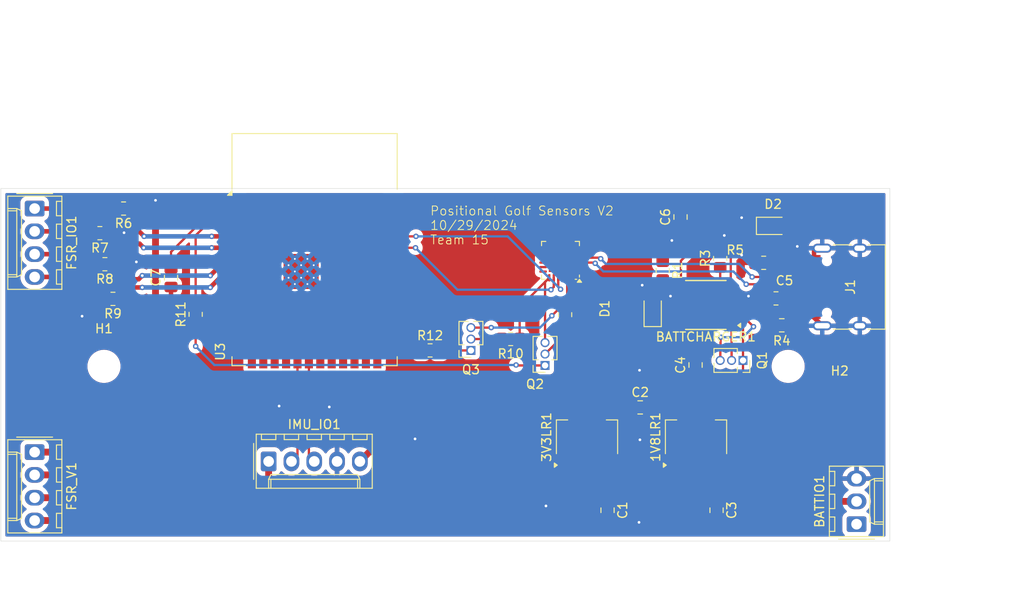
<source format=kicad_pcb>
(kicad_pcb (version 20240108) (generator "pcbnew") (generator_version "8.0")
  (layers (0 "F.Cu" signal) (31 "B.Cu" signal) (34 "B.Paste" user) (35 "F.Paste" user) (36 "B.SilkS" user "B.Silkscreen") (37 "F.SilkS" user "F.Silkscreen") (38 "B.Mask" user) (39 "F.Mask" user) (44 "Edge.Cuts" user))
  (net 0 "")
  (net 1 "/VBATT")
  (net 2 "GND")
  (net 3 "/1V8")
  (net 4 "/3V3")
  (net 5 "/VIN")
  (net 7 "Net-(BATTCHARGER1-~{CHRG})")
  (net 8 "Net-(BATTCHARGER1-TIMER)")
  (net 9 "Net-(BATTCHARGER1-PROG)")
  (net 10 "Net-(BATTCHARGER1-DRIVE)")
  (net 11 "Net-(BATTCHARGER1-SENSE)")
  (net 12 "/RESET")
  (net 13 "Net-(D1-A)")
  (net 14 "Net-(D2-A)")
  (net 15 "/FSR2")
  (net 16 "/FSR1")
  (net 17 "/FSR4")
  (net 18 "/FSR3")
  (net 19 "/SCL")
  (net 20 "/SDA")
  (net 21 "/D-")
  (net 24 "Net-(J1-CC1)")
  (net 25 "/D+")
  (net 27 "Net-(J1-CC2)")
  (net 29 "/DTR")
  (net 30 "/RTS")
  (net 31 "/GPIO0")
  (net 34 "Net-(U2-VDD)")
  (net 38 "/RXD")
  (net 43 "/TXD")
  (net 76 "Net-(Q2-B)")
  (net 77 "Net-(Q2-C)")
  (net 78 "Net-(Q3-B)")
  (net 79 "Net-(Q3-C)")
  (footprint "Diode_SMD:D_0805_2012Metric_Pad1.15x1.40mm_HandSolder" (layer "F.Cu") (at 128.2192 35.1536)
    (property "Reference" "D2")
    (property "Value" "D_Schottky")
  )
  (footprint "Connector_PinSocket_1.27mm:PinSocket_1x03_P1.27mm_Vertical" (layer "F.Cu") (at 124.8664 50.1396 -90)
    (property "Reference" "Q1")
    (property "Value" "PNP")
  )
  (footprint "Resistor_SMD:R_0805_2012Metric_Pad1.20x1.40mm_HandSolder" (layer "F.Cu") (at 127.1684 39.2684 180)
    (property "Reference" "R5")
    (property "Value" "5.1k")
  )
  (footprint "Connector_Molex:Molex_KK-254_AE-6410-04A_1x04_P2.54mm_Vertical" (layer "F.Cu") (at 45.974 60.3504 -90)
    (property "Reference" "FSR_V1")
    (property "Value" "Conn_01x04_Socket")
  )
  (footprint "LED_SMD:LED_0805_2012Metric_Pad1.15x1.40mm_HandSolder" (layer "F.Cu") (at 114.808 44.5098 90)
    (property "Reference" "D1")
    (property "Value" "LED")
  )
  (footprint "Connector_PinSocket_1.27mm:PinSocket_1x03_P1.27mm_Vertical" (layer "F.Cu") (at 94.5646 49.027 180)
    (property "Reference" "Q3")
    (property "Value" "PNP")
  )
  (footprint "Resistor_SMD:R_0805_2012Metric_Pad1.20x1.40mm_HandSolder" (layer "F.Cu") (at 122.3264 38.7764 90)
    (property "Reference" "R3")
    (property "Value" "698")
  )
  (footprint "Capacitor_SMD:C_0805_2012Metric_Pad1.18x1.45mm_HandSolder" (layer "F.Cu") (at 61.1632 40.9233 90)
    (property "Reference" "C7")
    (property "Value" "1uF")
  )
  (footprint "Capacitor_SMD:C_0805_2012Metric_Pad1.18x1.45mm_HandSolder" (layer "F.Cu") (at 109.7788 66.8235 -90)
    (property "Reference" "C1")
    (property "Value" "10uF")
  )
  (footprint "Capacitor_SMD:C_0805_2012Metric_Pad1.18x1.45mm_HandSolder" (layer "F.Cu") (at 119.5832 50.6476 90)
    (property "Reference" "C4")
    (property "Value" "22uF")
  )
  (footprint "Resistor_SMD:R_0805_2012Metric_Pad1.20x1.40mm_HandSolder" (layer "F.Cu") (at 90.0176 49.022)
    (property "Reference" "R12")
    (property "Value" "10K")
  )
  (footprint "Connector_Molex:Molex_KK-254_AE-6410-04A_1x04_P2.54mm_Vertical" (layer "F.Cu") (at 45.974 33.2232 -90)
    (property "Reference" "FSR_IO1")
    (property "Value" "Conn_01x04_Socket")
  )
  (footprint "MountingHole:MountingHole_3.2mm_M3" (layer "F.Cu") (at 129.8956 50.8)
    (property "Reference" "H2")
    (property "Value" "MountingHole")
  )
  (footprint "Resistor_SMD:R_0805_2012Metric_Pad1.20x1.40mm_HandSolder" (layer "F.Cu") (at 53.2384 35.9664 180)
    (property "Reference" "R7")
    (property "Value" "10K")
  )
  (footprint "Package_SO:TSSOP-16-1EP_4.4x5mm_P0.65mm" (layer "F.Cu") (at 120.7278 43.9637 180)
    (property "Reference" "BATTCHARGER1")
    (property "Value" "LTC4060EFE")
  )
  (footprint "Package_TO_SOT_SMD:SOT-223-3_TabPin2" (layer "F.Cu") (at 107.4928 58.6744 90)
    (property "Reference" "3V3LR1")
    (property "Value" "AZ1117-3.3")
  )
  (footprint "Resistor_SMD:R_0805_2012Metric_Pad1.20x1.40mm_HandSolder" (layer "F.Cu") (at 55.88 33.2232 180)
    (property "Reference" "R6")
    (property "Value" "10K")
  )
  (footprint "Capacitor_SMD:C_0805_2012Metric_Pad1.18x1.45mm_HandSolder" (layer "F.Cu") (at 121.92 66.8235 -90)
    (property "Reference" "C3")
    (property "Value" "10uF")
  )
  (footprint "Package_TO_SOT_SMD:SOT-223-3_TabPin2" (layer "F.Cu") (at 119.634 58.6744 90)
    (property "Reference" "1V8LR1")
    (property "Value" "AZ1117-1.8")
  )
  (footprint "RF_Module:ESP32-S3-WROOM-1" (layer "F.Cu") (at 77.1528 37.772)
    (property "Reference" "U3")
    (property "Value" "ESP32-S3-WROOM-1")
  )
  (footprint "Connector_Molex:Molex_KK-254_AE-6410-03A_1x03_P2.54mm_Vertical" (layer "F.Cu") (at 137.5156 68.3768 90)
    (property "Reference" "BATTIO1")
    (property "Value" "Conn_01x03_Socket")
  )
  (footprint "Resistor_SMD:R_0805_2012Metric_Pad1.20x1.40mm_HandSolder" (layer "F.Cu") (at 98.9932 47.752 180)
    (property "Reference" "R10")
    (property "Value" "10K")
  )
  (footprint "Resistor_SMD:R_0805_2012Metric_Pad1.20x1.40mm_HandSolder" (layer "F.Cu") (at 115.9256 40.132 -90)
    (property "Reference" "R1")
    (property "Value" "330")
  )
  (footprint "Connector_Molex:Molex_KK-254_AE-6410-05A_1x05_P2.54mm_Vertical" (layer "F.Cu") (at 72.0344 61.3864)
    (property "Reference" "IMU_IO1")
    (property "Value" "Conn_01x05_Socket")
  )
  (footprint "Resistor_SMD:R_0805_2012Metric_Pad1.20x1.40mm_HandSolder" (layer "F.Cu") (at 63.9064 45.0088 90)
    (property "Reference" "R11")
    (property "Value" "10K" (hide yes))
  )
  (footprint "Resistor_SMD:R_0805_2012Metric_Pad1.20x1.40mm_HandSolder" (layer "F.Cu") (at 128.54 43.2308 180)
    (property "Reference" "R4")
    (property "Value" "5.1k")
  )
  (footprint "Connector_USB:USB_C_Receptacle_HRO_TYPE-C-31-M-12" (layer "F.Cu") (at 136.8212 41.9588 90)
    (property "Reference" "J1")
    (property "Value" "USB_C_Receptacle_USB2.0_16P")
  )
  (footprint "Resistor_SMD:R_0805_2012Metric_Pad1.20x1.40mm_HandSolder" (layer "F.Cu") (at 53.7972 39.4208 180)
    (property "Reference" "R8")
    (property "Value" "10K")
  )
  (footprint "Resistor_SMD:R_0805_2012Metric_Pad1.20x1.40mm_HandSolder" (layer "F.Cu") (at 105.0544 45.0436 -90)
    (property "Reference" "R2" (hide yes))
    (property "Value" "10K")
  )
  (footprint "Resistor_SMD:R_0805_2012Metric_Pad1.20x1.40mm_HandSolder" (layer "F.Cu") (at 54.6956 43.2816 180)
    (property "Reference" "R9")
    (property "Value" "10K")
  )
  (footprint "Package_DFN_QFN:QFN-24-1EP_4x4mm_P0.5mm_EP2.6x2.6mm" (layer "F.Cu") (at 104.5393 38.9944 180)
    (property "Reference" "U2" (hide yes))
    (property "Value" "CP2104")
  )
  (footprint "Capacitor_SMD:C_0805_2012Metric_Pad1.18x1.45mm_HandSolder" (layer "F.Cu") (at 113.4149 55.372)
    (property "Reference" "C2")
    (property "Value" "22uF")
  )
  (footprint "Connector_PinSocket_1.27mm:PinSocket_1x03_P1.27mm_Vertical" (layer "F.Cu") (at 102.8192 50.6984 180)
    (property "Reference" "Q2")
    (property "Value" "NPN")
  )
  (footprint "Capacitor_SMD:C_0805_2012Metric_Pad1.18x1.45mm_HandSolder" (layer "F.Cu") (at 117.9068 34.1669 90)
    (property "Reference" "C6")
    (property "Value" "0.1uF")
  )
  (footprint "MountingHole:MountingHole_3.2mm_M3" (layer "F.Cu") (at 53.6956 50.8)
    (property "Reference" "H1")
    (property "Value" "MountingHole")
  )
  (footprint "Capacitor_SMD:C_0805_2012Metric_Pad1.18x1.45mm_HandSolder" (layer "F.Cu") (at 129.1844 46.228)
    (property "Reference" "C5")
    (property "Value" "1.5nF")
  )
  (gr_rect (start 42.2148 30.988) (end 141.224 70.2564) (stroke (width 0.05)) (fill none) (layer "Edge.Cuts"))
  (gr_text "Positional Golf Sensors V2\n10/29/2024\nTeam 15" (at 89.9668 37.2872 0) (layer "F.SilkS") (effects (font (size 1 1) (thickness 0.1)) (justify left bottom)))
  (segment (start 124.2818 45.5887) (end 123.5028 45.5887) (width 0.254) (layer "F.Cu") (net 1))
  (segment (start 121.9708 65.8368) (end 121.92 65.786) (width 0.762) (layer "F.Cu") (net 1))
  (segment (start 121.92 65.786) (end 109.7788 65.786) (width 0.762) (layer "F.Cu") (net 1))
  (segment (start 124.8664 50.1396) (end 124.8664 65.8368) (width 0.254) (layer "F.Cu") (net 1))
  (segment (start 124.8664 65.8368) (end 121.9708 65.8368) (width 0.762) (layer "F.Cu") (net 1))
  (segment (start 137.5156 65.8368) (end 124.8664 65.8368) (width 0.762) (layer "F.Cu") (net 1))
  (segment (start 109.7788 65.786) (end 109.7788 61.8384) (width 0.762) (layer "F.Cu") (net 1))
  (segment (start 124.8664 50.1396) (end 124.8664 46.1733) (width 0.254) (layer "F.Cu") (net 1))
  (segment (start 124.8664 46.1733) (end 124.2818 45.5887) (width 0.254) (layer "F.Cu") (net 1))
  (segment (start 121.92 65.786) (end 121.92 61.8384) (width 0.762) (layer "F.Cu") (net 1))
  (segment (start 109.7788 61.8384) (end 109.7928 61.8244) (width 0.762) (layer "F.Cu") (net 1))
  (segment (start 121.92 61.8384) (end 121.934 61.8244) (width 0.762) (layer "F.Cu") (net 1))
  (segment (start 132.7762 45.3638) (end 133.6912 46.2788) (width 0.508) (layer "F.Cu") (net 2))
  (segment (start 105.2893 39.7444) (end 106.4768 39.7444) (width 0.254) (layer "F.Cu") (net 2))
  (segment (start 116.7892 42.9768) (end 116.8301 43.0177) (width 0.508) (layer "F.Cu") (net 2))
  (segment (start 123.5028 42.9887) (end 121.9903 42.9887) (width 0.254) (layer "F.Cu") (net 2))
  (segment (start 104.5393 38.9944) (end 105.2893 39.7444) (width 0.254) (layer "F.Cu") (net 2))
  (segment (start 132.7762 45.2088) (end 132.7762 45.3638) (width 0.508) (layer "F.Cu") (net 2))
  (segment (start 116.8801 46.2387) (end 116.1796 46.9392) (width 0.254) (layer "F.Cu") (net 2))
  (segment (start 116.9939 43.6387) (end 116.9924 43.6372) (width 0.254) (layer "F.Cu") (net 2))
  (segment (start 116.8301 43.0177) (end 117.9528 43.0177) (width 0.508) (layer "F.Cu") (net 2))
  (segment (start 117.9528 46.2387) (end 116.8801 46.2387) (width 0.254) (layer "F.Cu") (net 2))
  (segment (start 123.5028 42.9887) (end 124.7529 42.9887) (width 0.254) (layer "F.Cu") (net 2))
  (segment (start 117.9528 43.6387) (end 116.9939 43.6387) (width 0.254) (layer "F.Cu") (net 2))
  (segment (start 106.9528 39.7444) (end 108.2548 41.0464) (width 0.254) (layer "F.Cu") (net 2))
  (segment (start 106.4768 39.7444) (end 106.9528 39.7444) (width 0.254) (layer "F.Cu") (net 2))
  (segment (start 121.9903 42.9887) (end 121.4628 43.5162) (width 0.254) (layer "F.Cu") (net 2))
  (via (at 113.284 68.1736) (size 0.6) (drill 0.3) (layers "F.Cu" "B.Cu") (net 2))
  (via (at 78.7908 55.3212) (size 0.6) (drill 0.3) (layers "F.Cu" "B.Cu") (net 2))
  (via (at 57.3024 39.1668) (size 0.6) (drill 0.3) (layers "F.Cu" "B.Cu") (net 2))
  (via (at 116.7892 42.9768) (size 0.6) (drill 0.3) (layers "F.Cu" "B.Cu") (net 2))
  (via (at 122.7836 36.2204) (size 0.6) (drill 0.3) (layers "F.Cu" "B.Cu") (net 2))
  (via (at 73.2028 55.2196) (size 0.6) (drill 0.3) (layers "F.Cu" "B.Cu") (net 2))
  (via (at 59.436 32.3088) (size 0.6) (drill 0.3) (layers "F.Cu" "B.Cu") (net 2))
  (via (at 88.3412 58.8772) (size 0.6) (drill 0.3) (layers "F.Cu" "B.Cu") (net 2))
  (via (at 124.714 38.4048) (size 0.6) (drill 0.3) (layers "F.Cu" "B.Cu") (net 2))
  (via (at 113.340978 51.233503) (size 0.6) (drill 0.3) (layers "F.Cu" "B.Cu") (net 2))
  (via (at 116.9416 36.7792) (size 0.6) (drill 0.3) (layers "F.Cu" "B.Cu") (net 2))
  (via (at 51.2572 45.212) (size 0.6) (drill 0.3) (layers "F.Cu" "B.Cu") (net 2))
  (via (at 124.714 34.2392) (size 0.6) (drill 0.3) (layers "F.Cu" "B.Cu") (net 2))
  (via (at 130.9116 37.4396) (size 0.6) (drill 0.3) (layers "F.Cu" "B.Cu") (net 2))
  (via (at 125.476 42.9768) (size 0.6) (drill 0.3) (layers "F.Cu" "B.Cu") (net 2))
  (via (at 102.9208 66.3448) (size 0.6) (drill 0.3) (layers "F.Cu" "B.Cu") (net 2))
  (via (at 113.3856 58.9788) (size 0.6) (drill 0.3) (layers "F.Cu" "B.Cu") (net 2))
  (via (at 113.6396 41.7576) (size 0.6) (drill 0.3) (layers "F.Cu" "B.Cu") (net 2))
  (via (at 55.9308 35.9156) (size 0.6) (drill 0.3) (layers "F.Cu" "B.Cu") (net 2))
  (segment (start 122.7836 36.1696) (end 124.714 34.2392) (width 0.508) (layer "B.Cu") (net 2))
  (segment (start 113.284 68.1736) (end 113.284 59.0804) (width 0.762) (layer "B.Cu") (net 2))
  (segment (start 78.6892 55.2196) (end 78.7908 55.3212) (width 0.762) (layer "B.Cu") (net 2))
  (segment (start 106.0196 66.3448) (end 113.3856 58.9788) (width 0.762) (layer "B.Cu") (net 2))
  (segment (start 59.436 32.3088) (end 57.3024 34.4424) (width 0.508) (layer "B.Cu") (net 2))
  (segment (start 55.9308 35.9156) (end 55.9308 35.814) (width 0.508) (layer "B.Cu") (net 2))
  (segment (start 115.57 41.7576) (end 116.7892 42.9768) (width 0.254) (layer "B.Cu") (net 2))
  (segment (start 113.284 59.0804) (end 113.3856 58.9788) (width 0.762) (layer "B.Cu") (net 2))
  (segment (start 116.9416 36.7792) (end 122.2248 36.7792) (width 0.508) (layer "B.Cu") (net 2))
  (segment (start 113.340978 58.934178) (end 113.3856 58.9788) (width 0.762) (layer "B.Cu") (net 2))
  (segment (start 51.2572 45.212) (end 57.3024 39.1668) (width 0.508) (layer "B.Cu") (net 2))
  (segment (start 124.714 34.2392) (end 124.714 38.4048) (width 0.508) (layer "B.Cu") (net 2))
  (segment (start 125.476 42.9768) (end 125.476 42.8752) (width 0.254) (layer "B.Cu") (net 2))
  (segment (start 78.7908 55.3212) (end 82.3468 58.8772) (width 0.762) (layer "B.Cu") (net 2))
  (segment (start 55.9308 35.814) (end 57.3024 34.4424) (width 0.508) (layer "B.Cu") (net 2))
  (segment (start 73.2028 55.2196) (end 78.6892 55.2196) (width 0.762) (layer "B.Cu") (net 2))
  (segment (start 57.3024 34.4424) (end 57.3024 39.1668) (width 0.508) (layer "B.Cu") (net 2))
  (segment (start 125.476 42.8752) (end 130.9116 37.4396) (width 0.254) (layer "B.Cu") (net 2))
  (segment (start 102.9208 66.3448) (end 106.0196 66.3448) (width 0.762) (layer "B.Cu") (net 2))
  (segment (start 113.6396 41.7576) (end 115.57 41.7576) (width 0.254) (layer "B.Cu") (net 2))
  (segment (start 82.3468 58.8772) (end 88.3412 58.8772) (width 0.762) (layer "B.Cu") (net 2))
  (segment (start 113.340978 51.233503) (end 113.340978 58.934178) (width 0.762) (layer "B.Cu") (net 2))
  (segment (start 122.7836 36.2204) (end 122.7836 36.1696) (width 0.508) (layer "B.Cu") (net 2))
  (segment (start 122.2248 36.7792) (end 122.7836 36.2204) (width 0.508) (layer "B.Cu") (net 2))
  (segment (start 119.634 61.8244) (end 119.634 55.5244) (width 0.762) (layer "F.Cu") (net 3))
  (segment (start 119.634 51.7359) (end 119.5832 51.6851) (width 0.762) (layer "F.Cu") (net 3))
  (segment (start 119.634 55.5244) (end 117.2972 53.1876) (width 0.762) (layer "F.Cu") (net 3))
  (segment (start 90.3932 53.1876) (end 82.1944 61.3864) (width 0.762) (layer "F.Cu") (net 3))
  (segment (start 117.2972 53.1876) (end 90.3932 53.1876) (width 0.762) (layer "F.Cu") (net 3))
  (segment (start 119.634 55.5244) (end 119.634 51.7359) (width 0.762) (layer "F.Cu") (net 3))
  (segment (start 72.0344 61.3864) (end 72.0344 66.04) (width 0.762) (layer "F.Cu") (net 4))
  (segment (start 61.0616 33.782) (end 59.436 35.4076) (width 0.762) (layer "F.Cu") (net 4))
  (segment (start 51.2572 62.8904) (end 56.3372 67.9704) (width 0.762) (layer "F.Cu") (net 4))
  (segment (start 45.974 62.8904) (end 51.2572 62.8904) (width 0.762) (layer "F.Cu") (net 4))
  (segment (start 107.4928 61.8244) (end 107.4928 55.5244) (width 0.762) (layer "F.Cu") (net 4))
  (segment (start 60.8076 67.9704) (end 56.3372 67.9704) (width 0.762) (layer "F.Cu") (net 4))
  (segment (start 72.0344 66.04) (end 73.9648 67.9704) (width 0.762) (layer "F.Cu") (net 4))
  (segment (start 73.9648 67.9704) (end 67.5132 67.9704) (width 0.762) (layer "F.Cu") (net 4))
  (segment (start 53.1876 60.3504) (end 60.8076 67.9704) (width 0.762) (layer "F.Cu") (net 4))
  (segment (start 104.2416 55.5244) (end 91.7956 67.9704) (width 0.762) (layer "F.Cu") (net 4))
  (segment (start 56.3372 67.9704) (end 52.1716 67.9704) (width 0.762) (layer "F.Cu") (net 4))
  (segment (start 107.4928 61.8244) (end 107.4928 62.8244) (width 0.762) (layer "F.Cu") (net 4))
  (segment (start 45.974 65.4304) (end 49.6316 65.4304) (width 0.762) (layer "F.Cu") (net 4))
  (segment (start 67.5132 67.9704) (end 60.8076 67.9704) (width 0.762) (layer "F.Cu") (net 4))
  (segment (start 112.225 55.5244) (end 112.3774 55.372) (width 0.762) (layer "F.Cu") (net 4))
  (segment (start 68.4028 33.782) (end 61.0616 33.782) (width 0.762) (layer "F.Cu") (net 4))
  (segment (start 107.4928 55.5244) (end 104.2416 55.5244) (width 0.762) (layer "F.Cu") (net 4))
  (segment (start 91.7956 67.9704) (end 73.9648 67.9704) (width 0.762) (layer "F.Cu") (net 4))
  (segment (start 45.974 60.3504) (end 53.1876 60.3504) (width 0.762) (layer "F.Cu") (net 4))
  (segment (start 49.6316 65.4304) (end 52.1716 67.9704) (width 0.762) (layer "F.Cu") (net 4))
  (segment (start 59.436 59.8932) (end 67.5132 67.9704) (width 0.762) (layer "F.Cu") (net 4))
  (segment (start 107.4928 55.5244) (end 112.225 55.5244) (width 0.762) (layer "F.Cu") (net 4))
  (segment (start 52.1716 67.9704) (end 45.974 67.9704) (width 0.762) (layer "F.Cu") (net 4))
  (segment (start 59.436 35.4076) (end 59.436 59.8932) (width 0.762) (layer "F.Cu") (net 4))
  (segment (start 122.5248 43.8377) (end 122.5248 46.0807) (width 0.254) (layer "F.Cu") (net 5))
  (segment (start 115.9256 39.116) (end 117.0432 37.9984) (width 0.254) (layer "F.Cu") (net 5))
  (segment (start 118.5387 42.3387) (end 117.9528 42.3387) (width 0.254) (layer "F.Cu") (net 5))
  (segment (start 127.078488 35.1536) (end 123.5028 38.729288) (width 0.254) (layer "F.Cu") (net 5))
  (segment (start 118.8048 45.9547) (end 118.8048 44.3992) (width 0.254) (layer "F.Cu") (net 5))
  (segment (start 127.1942 35.1536) (end 127.078488 35.1536) (width 0.254) (layer "F.Cu") (net 5))
  (segment (start 123.5028 43.6387) (end 122.7238 43.6387) (width 0.254) (layer "F.Cu") (net 5))
  (segment (start 120.7223 35.2044) (end 127.1434 35.2044) (width 0.254) (layer "F.Cu") (net 5))
  (segment (start 119.2813 46.4312) (end 118.8048 45.9547) (width 0.254) (layer "F.Cu") (net 5))
  (segment (start 105.7893 37.0569) (end 105.2893 37.0569) (width 0.254) (layer "F.Cu") (net 5))
  (segment (start 118.8048 44.8657) (end 118.8048 44.3992) (width 0.254) (layer "F.Cu") (net 5))
  (segment (start 127.1434 35.2044) (end 127.1942 35.1536) (width 0.254) (layer "F.Cu") (net 5))
  (segment (start 122.1743 46.4312) (end 119.2813 46.4312) (width 0.254) (layer "F.Cu") (net 5))
  (segment (start 122.5248 46.0807) (end 122.1743 46.4312) (width 0.254) (layer "F.Cu") (net 5))
  (segment (start 123.5028 38.729288) (end 123.5028 41.6887) (width 0.254) (layer "F.Cu") (net 5))
  (segment (start 118.8048 42.6048) (end 118.5387 42.3387) (width 0.254) (layer "F.Cu") (net 5))
  (segment (start 121.7676 35.2259) (end 121.7676 35.2044) (width 0.254) (layer "F.Cu") (net 5))
  (segment (start 118.7318 44.9387) (end 118.8048 44.8657) (width 0.254) (layer "F.Cu") (net 5))
  (segment (start 117.9528 41.6887) (end 117.9528 42.3387) (width 0.254) (layer "F.Cu") (net 5))
  (segment (start 115.9256 39.132) (end 115.9256 39.116) (width 0.254) (layer "F.Cu") (net 5))
  (segment (start 117.9283 37.9984) (end 120.7223 35.2044) (width 0.254) (layer "F.Cu") (net 5))
  (segment (start 122.7238 43.6387) (end 122.5248 43.8377) (width 0.254) (layer "F.Cu") (net 5))
  (segment (start 117.0432 37.9984) (end 117.9283 37.9984) (width 0.254) (layer "F.Cu") (net 5))
  (segment (start 107.6418 35.2044) (end 105.7893 37.0569) (width 0.254) (layer "F.Cu") (net 5))
  (segment (start 117.9528 41.6887) (end 117.9528 39.0407) (width 0.254) (layer "F.Cu") (net 5))
  (segment (start 117.9528 39.0407) (end 121.7676 35.2259) (width 0.254) (layer "F.Cu") (net 5))
  (segment (start 120.7223 35.2044) (end 107.6418 35.2044) (width 0.254) (layer "F.Cu") (net 5))
  (segment (start 117.9528 44.9387) (end 118.7318 44.9387) (width 0.254) (layer "F.Cu") (net 5))
  (segment (start 118.8048 44.3992) (end 118.8048 42.6048) (width 0.254) (layer "F.Cu") (net 5))
  (segment (start 117.9321 45.6094) (end 117.9528 45.5887) (width 0.254) (layer "F.Cu") (net 7))
  (segment (start 117.9528 45.5887) (end 114.8619 45.5887) (width 0.254) (layer "F.Cu") (net 7))
  (segment (start 123.5028 44.2887) (end 126.2076 44.2887) (width 0.254) (layer "F.Cu") (net 8))
  (segment (start 126.2076 44.2887) (end 128.1469 46.228) (width 0.254) (layer "F.Cu") (net 8))
  (segment (start 122.3264 41.8084) (end 122.3264 39.7764) (width 0.254) (layer "F.Cu") (net 9))
  (segment (start 122.8567 42.3387) (end 122.3264 41.8084) (width 0.254) (layer "F.Cu") (net 9))
  (segment (start 123.5028 42.3387) (end 122.8567 42.3387) (width 0.254) (layer "F.Cu") (net 9))
  (segment (start 123.5964 46.3323) (end 123.5028 46.2387) (width 0.254) (layer "F.Cu") (net 10))
  (segment (start 123.5964 50.1396) (end 123.5964 46.3323) (width 0.254) (layer "F.Cu") (net 10))
  (segment (start 122.3772 47.5488) (end 122.3264 47.5488) (width 0.254) (layer "F.Cu") (net 11))
  (segment (start 126.0348 46.3804) (end 124.5931 44.9387) (width 0.254) (layer "F.Cu") (net 11))
  (segment (start 124.5931 44.9387) (end 123.5028 44.9387) (width 0.254) (layer "F.Cu") (net 11))
  (segment (start 122.3264 50.1396) (end 122.3772 47.5488) (width 0.254) (layer "F.Cu") (net 11))
  (via (at 126.0348 46.3804) (size 0.6) (drill 0.3) (layers "F.Cu" "B.Cu") (net 11))
  (via (at 122.3772 47.5488) (size 0.6) (drill 0.3) (layers "F.Cu" "B.Cu") (net 11))
  (segment (start 126.0348 46.3804) (end 124.8664 47.5488) (width 0.254) (layer "B.Cu") (net 11))
  (segment (start 124.8664 47.5488) (end 122.3772 47.5488) (width 0.254) (layer "B.Cu") (net 11))
  (segment (start 63.9064 36.2204) (end 65.0748 35.052) (width 0.254) (layer "F.Cu") (net 12))
  (segment (start 64.1604 35.052) (end 61.1632 38.0492) (width 0.254) (layer "F.Cu") (net 12))
  (segment (start 65.0748 35.052) (end 68.4028 35.052) (width 0.254) (layer "F.Cu") (net 12))
  (segment (start 63.9064 44.0088) (end 63.9064 36.2204) (width 0.254) (layer "F.Cu") (net 12))
  (segment (start 61.1632 38.0492) (end 61.1632 39.8858) (width 0.254) (layer "F.Cu") (net 12))
  (segment (start 65.0748 35.052) (end 64.1604 35.052) (width 0.254) (layer "F.Cu") (net 12))
  (segment (start 115.9256 42.3672) (end 114.808 43.4848) (width 0.254) (layer "F.Cu") (net 13))
  (segment (start 115.9256 41.132) (end 115.9256 42.3672) (width 0.254) (layer "F.Cu") (net 13))
  (segment (start 134.9232 43.0908) (end 134.9232 41.0106) (width 0.254) (layer "F.Cu") (net 14))
  (segment (start 129.295 38.109) (end 129.295 35.6616) (width 0.508) (layer "F.Cu") (net 14))
  (segment (start 133.6052 44.4088) (end 134.9232 43.0908) (width 0.254) (layer "F.Cu") (net 14))
  (segment (start 133.4214 39.5088) (end 132.7762 39.5088) (width 0.254) (layer "F.Cu") (net 14))
  (segment (start 132.7762 44.4088) (end 133.6052 44.4088) (width 0.254) (layer "F.Cu") (net 14))
  (segment (start 132.7762 39.5088) (end 130.6948 39.5088) (width 0.508) (layer "F.Cu") (net 14))
  (segment (start 130.6948 39.5088) (end 129.295 38.109) (width 0.508) (layer "F.Cu") (net 14))
  (segment (start 134.9232 41.0106) (end 133.4214 39.5088) (width 0.254) (layer "F.Cu") (net 14))
  (segment (start 52.0352 35.7632) (end 52.2384 35.9664) (width 0.508) (layer "F.Cu") (net 15))
  (segment (start 53.4068 37.1348) (end 52.2384 35.9664) (width 0.508) (layer "F.Cu") (net 15))
  (segment (start 65.6844 37.592) (end 68.4028 37.592) (width 0.508) (layer "F.Cu") (net 15))
  (segment (start 57.658 37.1348) (end 53.4068 37.1348) (width 0.508) (layer "F.Cu") (net 15))
  (segment (start 58.1152 37.592) (end 57.658 37.1348) (width 0.508) (layer "F.Cu") (net 15))
  (segment (start 45.974 35.7632) (end 52.0352 35.7632) (width 0.508) (layer "F.Cu") (net 15))
  (via (at 58.1152 37.592) (size 0.6) (drill 0.3) (layers "F.Cu" "B.Cu") (net 15))
  (via (at 65.6844 37.592) (size 0.6) (drill 0.3) (layers "F.Cu" "B.Cu") (net 15))
  (segment (start 58.1152 37.592) (end 65.6844 37.592) (width 0.508) (layer "B.Cu") (net 15))
  (segment (start 65.6844 36.322) (end 68.4028 36.322) (width 0.508) (layer "F.Cu") (net 16))
  (segment (start 54.88 33.2232) (end 55.0672 33.2232) (width 0.508) (layer "F.Cu") (net 16))
  (segment (start 45.974 33.2232) (end 54.88 33.2232) (width 0.508) (layer "F.Cu") (net 16))
  (segment (start 55.0672 33.2232) (end 58.166 36.322) (width 0.508) (layer "F.Cu") (net 16))
  (via (at 65.6844 36.322) (size 0.6) (drill 0.3) (layers "F.Cu" "B.Cu") (net 16))
  (via (at 58.166 36.322) (size 0.6) (drill 0.3) (layers "F.Cu" "B.Cu") (net 16))
  (segment (start 58.166 36.322) (end 65.6844 36.322) (width 0.508) (layer "B.Cu") (net 16))
  (segment (start 65.532 42.0116) (end 67.4116 40.132) (width 0.508) (layer "F.Cu") (net 17))
  (segment (start 53.6956 43.2816) (end 54.9656 42.0116) (width 0.508) (layer "F.Cu") (net 17))
  (segment (start 51.2572 40.8432) (end 53.6956 43.2816) (width 0.508) (layer "F.Cu") (net 17))
  (segment (start 54.9656 42.0116) (end 57.9628 42.0116) (width 0.508) (layer "F.Cu") (net 17))
  (segment (start 67.4116 40.132) (end 68.4028 40.132) (width 0.508) (layer "F.Cu") (net 17))
  (segment (start 45.974 40.8432) (end 51.2572 40.8432) (width 0.508) (layer "F.Cu") (net 17))
  (via (at 57.9628 42.0116) (size 0.6) (drill 0.3) (layers "F.Cu" "B.Cu") (net 17))
  (via (at 65.532 42.0116) (size 0.6) (drill 0.3) (layers "F.Cu" "B.Cu") (net 17))
  (segment (start 57.9628 42.0116) (end 65.532 42.0116) (width 0.508) (layer "B.Cu") (net 17))
  (segment (start 65.532 40.6908) (end 67.3608 38.862) (width 0.508) (layer "F.Cu") (net 18))
  (segment (start 45.974 38.3032) (end 51.6796 38.3032) (width 0.508) (layer "F.Cu") (net 18))
  (segment (start 57.5564 41.0972) (end 57.9628 40.6908) (width 0.508) (layer "F.Cu") (net 18))
  (segment (start 67.3608 38.862) (end 68.4028 38.862) (width 0.508) (layer "F.Cu") (net 18))
  (segment (start 51.6796 38.3032) (end 52.7972 39.4208) (width 0.508) (layer "F.Cu") (net 18))
  (segment (start 54.4736 41.0972) (end 57.5564 41.0972) (width 0.508) (layer "F.Cu") (net 18))
  (segment (start 52.7972 39.4208) (end 54.4736 41.0972) (width 0.508) (layer "F.Cu") (net 18))
  (segment (start 57.9628 40.6908) (end 58.0136 40.6908) (width 0.508) (layer "F.Cu") (net 18))
  (via (at 65.532 40.6908) (size 0.6) (drill 0.3) (layers "F.Cu" "B.Cu") (net 18))
  (via (at 57.9628 40.6908) (size 0.6) (drill 0.3) (layers "F.Cu" "B.Cu") (net 18))
  (segment (start 57.9628 40.6908) (end 65.532 40.6908) (width 0.508) (layer "B.Cu") (net 18))
  (segment (start 77.1144 61.3864) (end 76.5178 60.7898) (width 0.254) (layer "F.Cu") (net 19))
  (segment (start 76.5178 60.7898) (end 76.5178 50.272) (width 0.254) (layer "F.Cu") (net 19))
  (segment (start 74.5744 61.3864) (end 75.2478 60.713) (width 0.254) (layer "F.Cu") (net 20))
  (segment (start 75.2478 60.713) (end 75.2478 50.272) (width 0.254) (layer "F.Cu") (net 20))
  (segment (start 108.901949 38.696349) (end 106.524851 38.696349) (width 0.254) (layer "F.Cu") (net 21))
  (segment (start 106.524851 38.696349) (end 106.4768 38.7444) (width 0.254) (layer "F.Cu") (net 21))
  (segment (start 130.8816 40.8432) (end 125.8824 40.8432) (width 0.254) (layer "F.Cu") (net 21))
  (segment (start 132.7762 41.7088) (end 131.7472 41.7088) (width 0.254) (layer "F.Cu") (net 21))
  (segment (start 131.7472 41.7088) (end 130.8816 40.8432) (width 0.254) (layer "F.Cu") (net 21))
  (segment (start 109.0168 38.8112) (end 108.901949 38.696349) (width 0.254) (layer "F.Cu") (net 21))
  (via (at 109.0168 38.8112) (size 0.6) (drill 0.3) (layers "F.Cu" "B.Cu") (net 21))
  (via (at 125.8824 40.8432) (size 0.6) (drill 0.3) (layers "F.Cu" "B.Cu") (net 21))
  (segment (start 109.601 39.3954) (end 124.4346 39.3954) (width 0.254) (layer "B.Cu") (net 21))
  (segment (start 109.0168 38.8112) (end 109.601 39.3954) (width 0.254) (layer "B.Cu") (net 21))
  (segment (start 124.4346 39.3954) (end 125.8824 40.8432) (width 0.254) (layer "B.Cu") (net 21))
  (segment (start 129.562 43.2088) (end 129.54 43.2308) (width 0.254) (layer "F.Cu") (net 24))
  (segment (start 132.7762 43.2088) (end 129.562 43.2088) (width 0.254) (layer "F.Cu") (net 24))
  (segment (start 132.7762 42.2088) (end 132.7762 42.1998) (width 0.254) (layer "F.Cu") (net 25))
  (segment (start 108.402221 39.323349) (end 108.323272 39.2444) (width 0.254) (layer "F.Cu") (net 25))
  (segment (start 108.323272 39.2444) (end 106.4768 39.2444) (width 0.254) (layer "F.Cu") (net 25))
  (segment (start 132.7622 42.1858) (end 131.3906 42.1858) (width 0.254) (layer "F.Cu") (net 25))
  (segment (start 132.7762 42.1998) (end 132.7622 42.1858) (width 0.254) (layer "F.Cu") (net 25))
  (segment (start 131.3906 42.1858) (end 130.8608 41.656) (width 0.254) (layer "F.Cu") (net 25))
  (segment (start 130.8608 41.656) (end 125.222 41.656) (width 0.254) (layer "F.Cu") (net 25))
  (via (at 108.402221 39.323349) (size 0.6) (drill 0.3) (layers "F.Cu" "B.Cu") (net 25))
  (via (at 125.222 41.656) (size 0.6) (drill 0.3) (layers "F.Cu" "B.Cu") (net 25))
  (segment (start 123.7996 40.2336) (end 125.222 41.656) (width 0.254) (layer "B.Cu") (net 25))
  (segment (start 109.312472 40.2336) (end 123.7996 40.2336) (width 0.254) (layer "B.Cu") (net 25))
  (segment (start 108.402221 39.323349) (end 109.312472 40.2336) (width 0.254) (layer "B.Cu") (net 25))
  (segment (start 132.7762 40.2088) (end 129.1088 40.2088) (width 0.254) (layer "F.Cu") (net 27))
  (segment (start 129.1088 40.2088) (end 128.1684 39.2684) (width 0.254) (layer "F.Cu") (net 27))
  (segment (start 105.2545 43.4879) (end 105.2893 43.4879) (width 0.254) (layer "F.Cu") (net 29))
  (segment (start 105.2893 43.4879) (end 105.2893 40.9319) (width 0.254) (layer "F.Cu") (net 29))
  (segment (start 103.5812 45.1612) (end 105.2545 43.4879) (width 0.254) (layer "F.Cu") (net 29))
  (segment (start 96.8198 46.487) (end 96.8248 46.482) (width 0.254) (layer "F.Cu") (net 29))
  (segment (start 94.5646 46.487) (end 96.8198 46.487) (width 0.254) (layer "F.Cu") (net 29))
  (via (at 103.5812 45.1612) (size 0.6) (drill 0.3) (layers "F.Cu" "B.Cu") (net 29))
  (via (at 96.8248 46.482) (size 0.6) (drill 0.3) (layers "F.Cu" "B.Cu") (net 29))
  (segment (start 103.5812 45.1612) (end 102.2604 46.482) (width 0.254) (layer "B.Cu") (net 29))
  (segment (start 102.2604 46.482) (end 96.8248 46.482) (width 0.254) (layer "B.Cu") (net 29))
  (segment (start 99.9932 44.228) (end 99.9932 47.752) (width 0.254) (layer "F.Cu") (net 30))
  (segment (start 103.2893 40.9319) (end 102.8192 41.402) (width 0.254) (layer "F.Cu") (net 30))
  (segment (start 102.8192 41.402) (end 102.8192 48.1584) (width 0.254) (layer "F.Cu") (net 30))
  (segment (start 103.2893 40.9319) (end 99.9932 44.228) (width 0.254) (layer "F.Cu") (net 30))
  (segment (start 85.9028 49.022) (end 89.0176 49.022) (width 0.254) (layer "F.Cu") (net 31))
  (segment (start 106.4768 37.7444) (end 106.4768 38.2444) (width 0.254) (layer "F.Cu") (net 34))
  (segment (start 103.7893 41.9559) (end 103.7893 40.9319) (width 0.254) (layer "F.Cu") (net 38))
  (segment (start 103.4796 42.2656) (end 103.7893 41.9559) (width 0.254) (layer "F.Cu") (net 38))
  (segment (start 85.9028 37.592) (end 88.392 37.592) (width 0.254) (layer "F.Cu") (net 38))
  (via (at 88.392 37.592) (size 0.6) (drill 0.3) (layers "F.Cu" "B.Cu") (net 38))
  (via (at 103.4796 42.2656) (size 0.6) (drill 0.3) (layers "F.Cu" "B.Cu") (net 38))
  (segment (start 93.0656 42.2656) (end 88.392 37.592) (width 0.254) (layer "B.Cu") (net 38))
  (segment (start 103.4796 42.2656) (end 93.0656 42.2656) (width 0.254) (layer "B.Cu") (net 38))
  (segment (start 85.9028 36.322) (end 88.4428 36.322) (width 0.254) (layer "F.Cu") (net 43))
  (segment (start 104.2893 40.9319) (end 104.2893 41.9577) (width 0.254) (layer "F.Cu") (net 43))
  (segment (start 104.2893 41.9577) (end 104.5464 42.2148) (width 0.254) (layer "F.Cu") (net 43))
  (via (at 104.5464 42.2148) (size 0.6) (drill 0.3) (layers "F.Cu" "B.Cu") (net 43))
  (via (at 88.4428 36.322) (size 0.6) (drill 0.3) (layers "F.Cu" "B.Cu") (net 43))
  (segment (start 98.6536 36.322) (end 88.4428 36.322) (width 0.254) (layer "B.Cu") (net 43))
  (segment (start 104.5464 42.2148) (end 98.6536 36.322) (width 0.254) (layer "B.Cu") (net 43))
  (segment (start 105.0544 47.1932) (end 102.8192 49.4284) (width 0.254) (layer "F.Cu") (net 76))
  (segment (start 105.0544 46.0436) (end 105.0544 47.1932) (width 0.254) (layer "F.Cu") (net 76))
  (segment (start 102.8192 50.6984) (end 99.6188 50.6984) (width 0.254) (layer "F.Cu") (net 77))
  (segment (start 63.9064 46.0088) (end 63.9064 48.5648) (width 0.254) (layer "F.Cu") (net 77))
  (via (at 63.9064 48.5648) (size 0.6) (drill 0.3) (layers "F.Cu" "B.Cu") (net 77))
  (via (at 99.594556 50.6476) (size 0.6) (drill 0.3) (layers "F.Cu" "B.Cu") (net 77))
  (segment (start 65.9892 50.6476) (end 63.9064 48.5648) (width 0.254) (layer "B.Cu") (net 77))
  (segment (start 99.594556 50.6476) (end 65.9892 50.6476) (width 0.254) (layer "B.Cu") (net 77))
  (segment (start 94.5646 47.757) (end 97.9882 47.757) (width 0.254) (layer "F.Cu") (net 78))
  (segment (start 97.9882 47.757) (end 97.9932 47.752) (width 0.254) (layer "F.Cu") (net 78))
  (segment (start 91.0226 49.027) (end 91.0176 49.022) (width 0.254) (layer "F.Cu") (net 79))
  (segment (start 94.5646 49.027) (end 91.0226 49.027) (width 0.254) (layer "F.Cu") (net 79))
  (zone (net 2) (net_name "GND") (layers "F&B.Cu") (connect_pads (clearance 0.5)) (min_thickness 0.25) (fill yes (thermal_gap 0.5) (thermal_bridge_width 0.5))
    (polygon (pts (xy 42.2148 31.496) (xy 141.224 31.496) (xy 141.224 70.2564) (xy 42.2148 70.2564)))
  )
)
</source>
